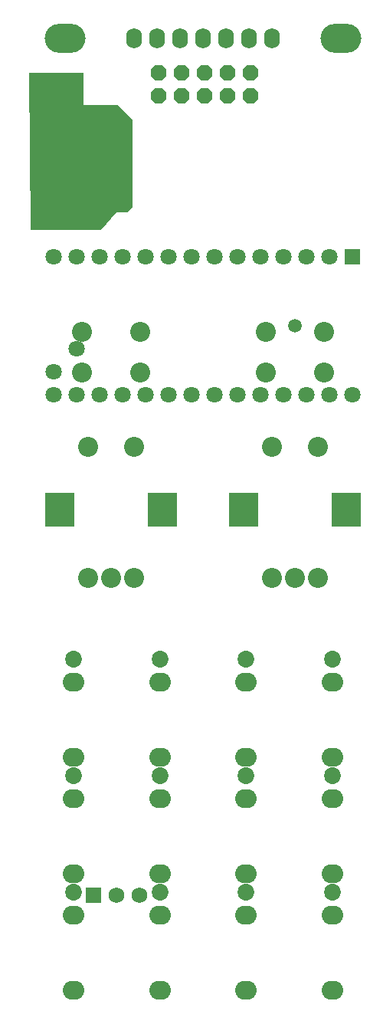
<source format=gbs>
G04 DipTrace 4.1.3.1*
G04 uTemp1.2.GBS*
%MOIN*%
G04 #@! TF.FileFunction,Soldermask,Bot*
G04 #@! TF.Part,Single*
%AMOUTLINE2*
4,1,8,
-0.034184,0.014159,
-0.014159,0.034184,
0.014159,0.034184,
0.034184,0.014159,
0.034184,-0.014159,
0.014159,-0.034184,
-0.014159,-0.034184,
-0.034184,-0.014159,
-0.034184,0.014159,
0*%
%ADD44C,0.059055*%
%ADD58O,0.177291X0.12611*%
%ADD66O,0.068X0.088*%
%ADD70C,0.070992*%
%ADD72R,0.070992X0.070992*%
%ADD76C,0.068*%
%ADD77R,0.068X0.068*%
%ADD79R,0.12611X0.145795*%
%ADD81C,0.08674*%
%ADD85C,0.073*%
%ADD87O,0.093X0.083*%
%ADD106OUTLINE2*%
%FSLAX26Y26*%
G04*
G70*
G90*
G75*
G01*
G04 BotMask*
%LPD*%
D87*
X979682Y1794089D3*
Y1469089D3*
D85*
Y1894089D3*
D87*
X604643Y1794089D3*
Y1469089D3*
D85*
Y1894089D3*
D87*
X979682Y1287348D3*
Y962348D3*
D85*
Y1387348D3*
D87*
X604643Y1287348D3*
Y962348D3*
D85*
Y1387348D3*
D87*
X979682Y781089D3*
Y456089D3*
D85*
Y881089D3*
D87*
X604643Y781089D3*
Y456089D3*
D85*
Y881089D3*
D81*
X1567194Y2248821D3*
X1665619D3*
X1468769D3*
X1665619Y2819687D3*
X1468769D3*
D79*
X1342784Y2544096D3*
X1791603D3*
D81*
X767194Y2248821D3*
X865619D3*
X668769D3*
X865619Y2819687D3*
X668769D3*
D79*
X542784Y2544096D3*
X991603D3*
D77*
X692162Y869089D3*
D76*
X792162D3*
X892162D3*
D87*
X1729694Y1793596D3*
Y1468596D3*
D85*
Y1893596D3*
D87*
X1354694Y1793596D3*
Y1468596D3*
D85*
Y1893596D3*
D87*
X1729694Y1287347D3*
Y962347D3*
D85*
Y1387347D3*
D87*
X1354694Y1287347D3*
Y962347D3*
D85*
Y1387347D3*
D87*
X1729682Y781089D3*
Y456089D3*
D85*
Y881089D3*
D87*
X1354682Y781089D3*
Y456089D3*
D85*
Y881089D3*
D106*
X1373443Y4444096D3*
Y4344096D3*
X1273443Y4444096D3*
Y4344096D3*
X1173443Y4444096D3*
Y4344096D3*
X1073443Y4444096D3*
Y4344096D3*
X973443Y4444096D3*
Y4344096D3*
D72*
X1817162Y3644089D3*
D70*
X1717162D3*
X1617162D3*
X1517162D3*
X1417162D3*
X1317162D3*
X1217162D3*
X1117162D3*
X1017162D3*
X917162D3*
X817162D3*
X717162D3*
X617162D3*
X517162D3*
Y3144089D3*
Y3044089D3*
X617162D3*
X717162D3*
X817162D3*
X917162D3*
X1017162D3*
X1117162D3*
X1217162D3*
X1317162D3*
X1417162D3*
X1517162D3*
X1617162D3*
X1717162D3*
X1817162D3*
X617162Y3244089D3*
D81*
X1439241Y3141144D3*
Y3318309D3*
X1695147D3*
Y3141144D3*
X895147Y3318309D3*
Y3141144D3*
X639241D3*
Y3318309D3*
D66*
X1467131Y4593656D3*
X1367131D3*
X1267131D3*
X1167131D3*
X1067131D3*
X967131D3*
X867131D3*
D44*
X1567120Y3344089D3*
D58*
X567162Y4594089D3*
X1767162D3*
G36*
X723412Y3762839D2*
X417162D1*
X410912Y4444089D1*
X648412D1*
Y4306589D1*
X798412D1*
X860912Y4237839D1*
Y3862839D1*
X835912Y3837839D1*
X792162D1*
X723412Y3762839D1*
G37*
M02*

</source>
